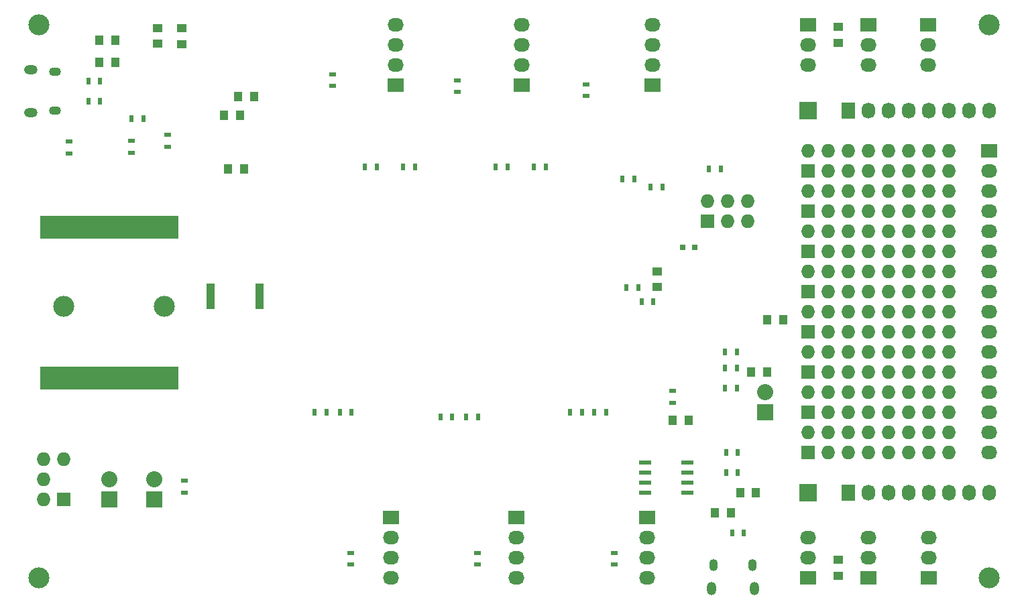
<source format=gbs>
G04 #@! TF.FileFunction,Soldermask,Bot*
%FSLAX46Y46*%
G04 Gerber Fmt 4.6, Leading zero omitted, Abs format (unit mm)*
G04 Created by KiCad (PCBNEW 4.0.1-stable) date 11/13/2016 6:28:19 PM*
%MOMM*%
G01*
G04 APERTURE LIST*
%ADD10C,0.100000*%
%ADD11R,0.500000X0.900000*%
%ADD12R,1.000000X1.250000*%
%ADD13R,0.800000X0.750000*%
%ADD14O,1.100000X1.500000*%
%ADD15O,1.200000X1.700000*%
%ADD16R,1.250000X1.000000*%
%ADD17R,1.550000X0.600000*%
%ADD18R,2.032000X1.727200*%
%ADD19O,2.032000X1.727200*%
%ADD20R,0.900000X0.500000*%
%ADD21R,1.727200X1.727200*%
%ADD22O,1.727200X1.727200*%
%ADD23R,11.000000X3.000000*%
%ADD24O,1.500000X1.100000*%
%ADD25O,1.700000X1.200000*%
%ADD26R,1.000000X3.200000*%
%ADD27R,2.032000X2.032000*%
%ADD28O,2.032000X2.032000*%
%ADD29C,2.650000*%
%ADD30R,1.727200X2.032000*%
%ADD31O,1.727200X2.032000*%
%ADD32R,2.235200X2.235200*%
G04 APERTURE END LIST*
D10*
D11*
X137009000Y-113157000D03*
X135509000Y-113157000D03*
D12*
X140827000Y-111125000D03*
X138827000Y-111125000D03*
D13*
X131687000Y-95377000D03*
X130187000Y-95377000D03*
D12*
X140859000Y-104521000D03*
X142859000Y-104521000D03*
X136255000Y-128905000D03*
X134255000Y-128905000D03*
D11*
X136410000Y-131445000D03*
X137910000Y-131445000D03*
D12*
X137430000Y-126365000D03*
X139430000Y-126365000D03*
D14*
X134100000Y-135535000D03*
X138950000Y-135535000D03*
D15*
X133800000Y-138535000D03*
X139250000Y-138535000D03*
D16*
X149860000Y-134890000D03*
X149860000Y-136890000D03*
D11*
X83705000Y-116205000D03*
X85205000Y-116205000D03*
X123087000Y-100457000D03*
X124587000Y-100457000D03*
X124980000Y-102235000D03*
X126480000Y-102235000D03*
D17*
X125410000Y-126365000D03*
X125410000Y-125095000D03*
X125410000Y-123825000D03*
X125410000Y-122555000D03*
X130810000Y-122555000D03*
X130810000Y-123825000D03*
X130810000Y-125095000D03*
X130810000Y-126365000D03*
D18*
X125730000Y-129540000D03*
D19*
X125730000Y-132080000D03*
X125730000Y-134620000D03*
X125730000Y-137160000D03*
D20*
X128905000Y-113550000D03*
X128905000Y-115050000D03*
D21*
X133350000Y-92075000D03*
D22*
X133350000Y-89535000D03*
X135890000Y-92075000D03*
X135890000Y-89535000D03*
X138430000Y-92075000D03*
X138430000Y-89535000D03*
D16*
X127000000Y-98425000D03*
X127000000Y-100425000D03*
D20*
X85979000Y-75033000D03*
X85979000Y-73533000D03*
D23*
X61046000Y-111887000D03*
X54546000Y-111887000D03*
D12*
X74787000Y-85471000D03*
X72787000Y-85471000D03*
X76057000Y-76327000D03*
X74057000Y-76327000D03*
X74295000Y-78740000D03*
X72295000Y-78740000D03*
X58531000Y-72009000D03*
X56531000Y-72009000D03*
X58531000Y-69215000D03*
X56531000Y-69215000D03*
X128921000Y-117221000D03*
X130921000Y-117221000D03*
D16*
X66929000Y-69723000D03*
X66929000Y-67723000D03*
X63881000Y-69691000D03*
X63881000Y-67691000D03*
D18*
X93345000Y-129540000D03*
D19*
X93345000Y-132080000D03*
X93345000Y-134620000D03*
X93345000Y-137160000D03*
D18*
X109220000Y-129540000D03*
D19*
X109220000Y-132080000D03*
X109220000Y-134620000D03*
X109220000Y-137160000D03*
D24*
X50925000Y-73267000D03*
X50925000Y-78117000D03*
D25*
X47925000Y-72967000D03*
X47925000Y-78417000D03*
D11*
X115975000Y-116205000D03*
X117475000Y-116205000D03*
X112891000Y-85217000D03*
X111391000Y-85217000D03*
X86880000Y-116205000D03*
X88380000Y-116205000D03*
X119011000Y-116205000D03*
X120511000Y-116205000D03*
X108077000Y-85217000D03*
X106577000Y-85217000D03*
D20*
X67310000Y-126365000D03*
X67310000Y-124865000D03*
D26*
X76760000Y-101600000D03*
X70560000Y-101600000D03*
D11*
X102870000Y-116840000D03*
X104370000Y-116840000D03*
X124067000Y-86741000D03*
X122567000Y-86741000D03*
X91543000Y-85217000D03*
X90043000Y-85217000D03*
X99580000Y-116840000D03*
X101080000Y-116840000D03*
X127611000Y-87757000D03*
X126111000Y-87757000D03*
X96381000Y-85217000D03*
X94881000Y-85217000D03*
X56630000Y-74422000D03*
X55130000Y-74422000D03*
X56630000Y-76962000D03*
X55130000Y-76962000D03*
D20*
X65151000Y-82677000D03*
X65151000Y-81177000D03*
D11*
X137033000Y-108585000D03*
X135533000Y-108585000D03*
X137160000Y-123825000D03*
X135660000Y-123825000D03*
X135660000Y-121285000D03*
X137160000Y-121285000D03*
D21*
X52070000Y-127254000D03*
D22*
X49530000Y-127254000D03*
X49530000Y-124714000D03*
X52070000Y-122174000D03*
X49530000Y-122174000D03*
D20*
X88265000Y-133997000D03*
X88265000Y-135497000D03*
X60579000Y-83439000D03*
X60579000Y-81939000D03*
X104267000Y-133985000D03*
X104267000Y-135485000D03*
X52705000Y-83542000D03*
X52705000Y-82042000D03*
X121539000Y-133985000D03*
X121539000Y-135485000D03*
D11*
X137033000Y-110629000D03*
X135533000Y-110629000D03*
D20*
X117983000Y-76315000D03*
X117983000Y-74815000D03*
X101727000Y-75807000D03*
X101727000Y-74307000D03*
D11*
X62091000Y-79121000D03*
X60591000Y-79121000D03*
X133477000Y-85471000D03*
X134977000Y-85471000D03*
D18*
X126365000Y-74930000D03*
D19*
X126365000Y-72390000D03*
X126365000Y-69850000D03*
X126365000Y-67310000D03*
D18*
X109855000Y-74930000D03*
D19*
X109855000Y-72390000D03*
X109855000Y-69850000D03*
X109855000Y-67310000D03*
D18*
X93980000Y-74930000D03*
D19*
X93980000Y-72390000D03*
X93980000Y-69850000D03*
X93980000Y-67310000D03*
D23*
X54546000Y-92837000D03*
X61046000Y-92837000D03*
D27*
X63500000Y-127254000D03*
D28*
X63500000Y-124714000D03*
D27*
X57785000Y-127254000D03*
D28*
X57785000Y-124714000D03*
D29*
X48895000Y-137160000D03*
X168910000Y-137160000D03*
X168910000Y-67310000D03*
X48895000Y-67310000D03*
D18*
X146050000Y-137160000D03*
D19*
X146050000Y-134620000D03*
X146050000Y-132080000D03*
D18*
X153670000Y-137160000D03*
D19*
X153670000Y-134620000D03*
X153670000Y-132080000D03*
D18*
X161290000Y-137160000D03*
D19*
X161290000Y-134620000D03*
X161290000Y-132080000D03*
D18*
X146050000Y-67310000D03*
D19*
X146050000Y-69850000D03*
X146050000Y-72390000D03*
D18*
X153670000Y-67310000D03*
D19*
X153670000Y-69850000D03*
X153670000Y-72390000D03*
D18*
X161137600Y-67310000D03*
D19*
X161137600Y-69850000D03*
X161137600Y-72390000D03*
D30*
X151130000Y-126365000D03*
D31*
X153670000Y-126365000D03*
X156210000Y-126365000D03*
X158750000Y-126365000D03*
X161290000Y-126365000D03*
X163830000Y-126365000D03*
X166370000Y-126365000D03*
X168910000Y-126365000D03*
D21*
X146050000Y-121285000D03*
D22*
X146050000Y-118745000D03*
X148590000Y-121285000D03*
X148590000Y-118745000D03*
X151130000Y-121285000D03*
X151130000Y-118745000D03*
X153670000Y-121285000D03*
X153670000Y-118745000D03*
X156210000Y-121285000D03*
X156210000Y-118745000D03*
X158750000Y-121285000D03*
X158750000Y-118745000D03*
X161290000Y-121285000D03*
X161290000Y-118745000D03*
X163830000Y-121285000D03*
X163830000Y-118745000D03*
D21*
X146050000Y-116205000D03*
D22*
X146050000Y-113665000D03*
X148590000Y-116205000D03*
X148590000Y-113665000D03*
X151130000Y-116205000D03*
X151130000Y-113665000D03*
X153670000Y-116205000D03*
X153670000Y-113665000D03*
X156210000Y-116205000D03*
X156210000Y-113665000D03*
X158750000Y-116205000D03*
X158750000Y-113665000D03*
X161290000Y-116205000D03*
X161290000Y-113665000D03*
X163830000Y-116205000D03*
X163830000Y-113665000D03*
D21*
X146050000Y-111125000D03*
D22*
X146050000Y-108585000D03*
X148590000Y-111125000D03*
X148590000Y-108585000D03*
X151130000Y-111125000D03*
X151130000Y-108585000D03*
X153670000Y-111125000D03*
X153670000Y-108585000D03*
X156210000Y-111125000D03*
X156210000Y-108585000D03*
X158750000Y-111125000D03*
X158750000Y-108585000D03*
X161290000Y-111125000D03*
X161290000Y-108585000D03*
X163830000Y-111125000D03*
X163830000Y-108585000D03*
D21*
X146050000Y-106045000D03*
D22*
X146050000Y-103505000D03*
X148590000Y-106045000D03*
X148590000Y-103505000D03*
X151130000Y-106045000D03*
X151130000Y-103505000D03*
X153670000Y-106045000D03*
X153670000Y-103505000D03*
X156210000Y-106045000D03*
X156210000Y-103505000D03*
X158750000Y-106045000D03*
X158750000Y-103505000D03*
X161290000Y-106045000D03*
X161290000Y-103505000D03*
X163830000Y-106045000D03*
X163830000Y-103505000D03*
D18*
X168910000Y-83185000D03*
D19*
X168910000Y-85725000D03*
X168910000Y-88265000D03*
X168910000Y-90805000D03*
X168910000Y-93345000D03*
X168910000Y-95885000D03*
X168910000Y-98425000D03*
X168910000Y-100965000D03*
X168910000Y-103505000D03*
X168910000Y-106045000D03*
X168910000Y-108585000D03*
X168910000Y-111125000D03*
X168910000Y-113665000D03*
X168910000Y-116205000D03*
X168910000Y-118745000D03*
X168910000Y-121285000D03*
D21*
X146050000Y-100965000D03*
D22*
X146050000Y-98425000D03*
X148590000Y-100965000D03*
X148590000Y-98425000D03*
X151130000Y-100965000D03*
X151130000Y-98425000D03*
X153670000Y-100965000D03*
X153670000Y-98425000D03*
X156210000Y-100965000D03*
X156210000Y-98425000D03*
X158750000Y-100965000D03*
X158750000Y-98425000D03*
X161290000Y-100965000D03*
X161290000Y-98425000D03*
X163830000Y-100965000D03*
X163830000Y-98425000D03*
D21*
X146050000Y-95885000D03*
D22*
X146050000Y-93345000D03*
X148590000Y-95885000D03*
X148590000Y-93345000D03*
X151130000Y-95885000D03*
X151130000Y-93345000D03*
X153670000Y-95885000D03*
X153670000Y-93345000D03*
X156210000Y-95885000D03*
X156210000Y-93345000D03*
X158750000Y-95885000D03*
X158750000Y-93345000D03*
X161290000Y-95885000D03*
X161290000Y-93345000D03*
X163830000Y-95885000D03*
X163830000Y-93345000D03*
D21*
X146050000Y-90805000D03*
D22*
X146050000Y-88265000D03*
X148590000Y-90805000D03*
X148590000Y-88265000D03*
X151130000Y-90805000D03*
X151130000Y-88265000D03*
X153670000Y-90805000D03*
X153670000Y-88265000D03*
X156210000Y-90805000D03*
X156210000Y-88265000D03*
X158750000Y-90805000D03*
X158750000Y-88265000D03*
X161290000Y-90805000D03*
X161290000Y-88265000D03*
X163830000Y-90805000D03*
X163830000Y-88265000D03*
D21*
X146050000Y-85725000D03*
D22*
X146050000Y-83185000D03*
X148590000Y-85725000D03*
X148590000Y-83185000D03*
X151130000Y-85725000D03*
X151130000Y-83185000D03*
X153670000Y-85725000D03*
X153670000Y-83185000D03*
X156210000Y-85725000D03*
X156210000Y-83185000D03*
X158750000Y-85725000D03*
X158750000Y-83185000D03*
X161290000Y-85725000D03*
X161290000Y-83185000D03*
X163830000Y-85725000D03*
X163830000Y-83185000D03*
D30*
X151130000Y-78105000D03*
D31*
X153670000Y-78105000D03*
X156210000Y-78105000D03*
X158750000Y-78105000D03*
X161290000Y-78105000D03*
X163830000Y-78105000D03*
X166370000Y-78105000D03*
X168910000Y-78105000D03*
D29*
X52070000Y-102870000D03*
X64770000Y-102870000D03*
D32*
X146050000Y-126365000D03*
X146050000Y-78105000D03*
D16*
X149860000Y-69580000D03*
X149860000Y-67580000D03*
D27*
X140589000Y-116205000D03*
D28*
X140589000Y-113665000D03*
M02*

</source>
